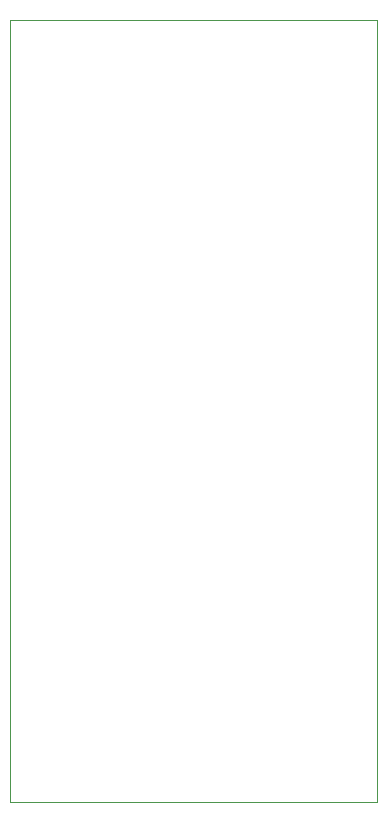
<source format=gbr>
%TF.GenerationSoftware,KiCad,Pcbnew,(6.0.11)*%
%TF.CreationDate,2023-02-12T19:00:00-06:00*%
%TF.ProjectId,video_if_ql_vga,76696465-6f5f-4696-965f-716c5f766761,v1.0*%
%TF.SameCoordinates,Original*%
%TF.FileFunction,Profile,NP*%
%FSLAX46Y46*%
G04 Gerber Fmt 4.6, Leading zero omitted, Abs format (unit mm)*
G04 Created by KiCad (PCBNEW (6.0.11)) date 2023-02-12 19:00:00*
%MOMM*%
%LPD*%
G01*
G04 APERTURE LIST*
%TA.AperFunction,Profile*%
%ADD10C,0.100000*%
%TD*%
G04 APERTURE END LIST*
D10*
X126720600Y-124700000D02*
X157835600Y-124700000D01*
X157835600Y-124700000D02*
X157835600Y-58496200D01*
X157835600Y-58496200D02*
X126720600Y-58496200D01*
X126720600Y-58496200D02*
X126720600Y-124700000D01*
M02*

</source>
